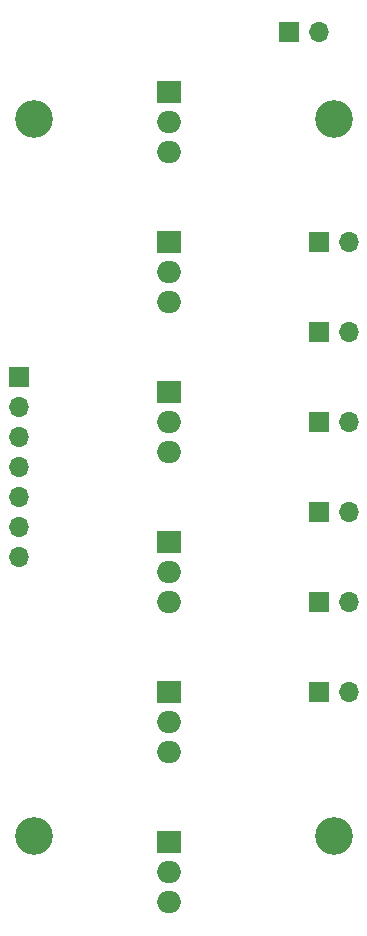
<source format=gbr>
G04 #@! TF.GenerationSoftware,KiCad,Pcbnew,(5.1.4)-1*
G04 #@! TF.CreationDate,2020-11-11T12:39:36-07:00*
G04 #@! TF.ProjectId,ABSIS_Solenoid_Driver_Accessory,41425349-535f-4536-9f6c-656e6f69645f,1*
G04 #@! TF.SameCoordinates,Original*
G04 #@! TF.FileFunction,Soldermask,Bot*
G04 #@! TF.FilePolarity,Negative*
%FSLAX46Y46*%
G04 Gerber Fmt 4.6, Leading zero omitted, Abs format (unit mm)*
G04 Created by KiCad (PCBNEW (5.1.4)-1) date 2020-11-11 12:39:36*
%MOMM*%
%LPD*%
G04 APERTURE LIST*
%ADD10C,3.200000*%
%ADD11R,1.700000X1.700000*%
%ADD12O,1.700000X1.700000*%
%ADD13O,2.000000X1.905000*%
%ADD14R,2.000000X1.905000*%
G04 APERTURE END LIST*
D10*
X160020000Y-120142000D03*
X134620000Y-120142000D03*
X134620000Y-59436000D03*
X160020000Y-59436000D03*
D11*
X156210000Y-52070000D03*
D12*
X158750000Y-52070000D03*
D11*
X133350000Y-81280000D03*
D12*
X133350000Y-83820000D03*
X133350000Y-86360000D03*
X133350000Y-88900000D03*
X133350000Y-91440000D03*
X133350000Y-93980000D03*
X133350000Y-96520000D03*
X161290000Y-69850000D03*
D11*
X158750000Y-69850000D03*
X158750000Y-77470000D03*
D12*
X161290000Y-77470000D03*
X161290000Y-85090000D03*
D11*
X158750000Y-85090000D03*
X158750000Y-92710000D03*
D12*
X161290000Y-92710000D03*
X161290000Y-100330000D03*
D11*
X158750000Y-100330000D03*
X158750000Y-107950000D03*
D12*
X161290000Y-107950000D03*
D13*
X146050000Y-62230000D03*
X146050000Y-59690000D03*
D14*
X146050000Y-57150000D03*
D13*
X146050000Y-74930000D03*
X146050000Y-72390000D03*
D14*
X146050000Y-69850000D03*
X146050000Y-82550000D03*
D13*
X146050000Y-85090000D03*
X146050000Y-87630000D03*
X146050000Y-100330000D03*
X146050000Y-97790000D03*
D14*
X146050000Y-95250000D03*
X146050000Y-107950000D03*
D13*
X146050000Y-110490000D03*
X146050000Y-113030000D03*
D14*
X146050000Y-120650000D03*
D13*
X146050000Y-123190000D03*
X146050000Y-125730000D03*
M02*

</source>
